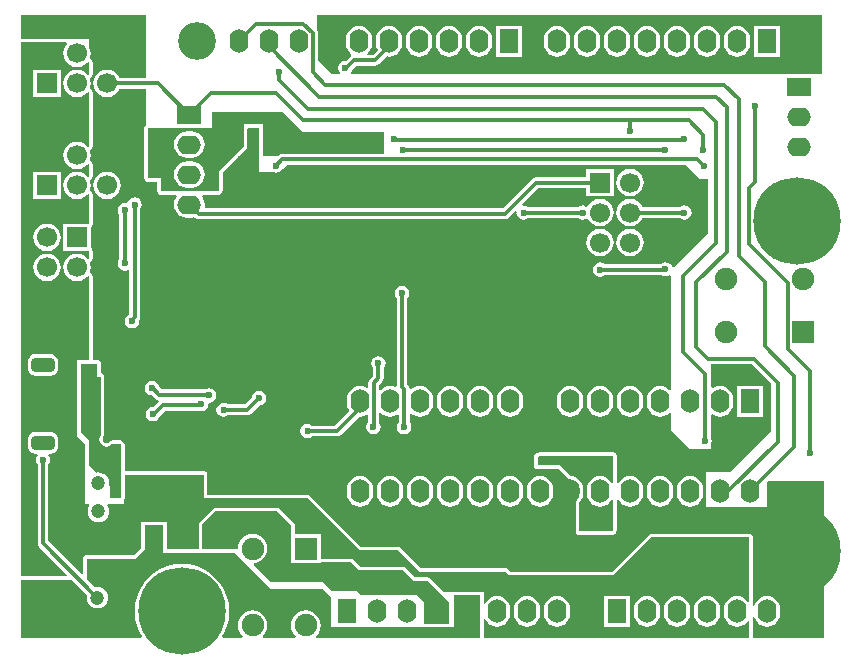
<source format=gbl>
G04*
G04 #@! TF.GenerationSoftware,Altium Limited,Altium Designer,18.0.7 (293)*
G04*
G04 Layer_Physical_Order=2*
G04 Layer_Color=16711680*
%FSLAX44Y44*%
%MOMM*%
G71*
G01*
G75*
%ADD55C,1.9000*%
%ADD56R,1.9000X1.9000*%
%ADD61R,1.9000X1.9000*%
%ADD70C,0.3000*%
%ADD71C,1.7000*%
%ADD72R,1.7000X1.7000*%
%ADD73C,3.2000*%
%ADD74O,1.6000X2.0000*%
%ADD75R,1.6000X2.0000*%
%ADD76C,7.4000*%
%ADD77R,1.7000X1.7000*%
%ADD78O,2.0000X1.6000*%
%ADD79R,2.0000X1.6000*%
G04:AMPARAMS|DCode=80|XSize=2mm|YSize=1.2mm|CornerRadius=0.36mm|HoleSize=0mm|Usage=FLASHONLY|Rotation=0.000|XOffset=0mm|YOffset=0mm|HoleType=Round|Shape=RoundedRectangle|*
%AMROUNDEDRECTD80*
21,1,2.0000,0.4800,0,0,0.0*
21,1,1.2800,1.2000,0,0,0.0*
1,1,0.7200,0.6400,-0.2400*
1,1,0.7200,-0.6400,-0.2400*
1,1,0.7200,-0.6400,0.2400*
1,1,0.7200,0.6400,0.2400*
%
%ADD80ROUNDEDRECTD80*%
%ADD81C,1.2000*%
%ADD82C,0.6000*%
G36*
X682000Y480000D02*
X282802D01*
X282795Y480023D01*
X282510Y481270D01*
X283772Y483159D01*
X283927Y483938D01*
X287150Y487162D01*
X303000D01*
X304756Y487511D01*
X306244Y488506D01*
X312913Y495174D01*
X314960Y494905D01*
X317832Y495283D01*
X320508Y496391D01*
X322805Y498155D01*
X324568Y500452D01*
X325677Y503128D01*
X326055Y506000D01*
Y510000D01*
X325677Y512872D01*
X324568Y515547D01*
X322805Y517845D01*
X320508Y519608D01*
X317832Y520717D01*
X314960Y521095D01*
X312088Y520717D01*
X309412Y519608D01*
X307115Y517845D01*
X305352Y515547D01*
X304243Y512872D01*
X303865Y510000D01*
Y506000D01*
X304243Y503128D01*
X305311Y500550D01*
X301099Y496338D01*
X297124D01*
X296693Y497608D01*
X297405Y498155D01*
X299168Y500452D01*
X300277Y503128D01*
X300655Y506000D01*
Y510000D01*
X300277Y512872D01*
X299168Y515547D01*
X297405Y517845D01*
X295107Y519608D01*
X292432Y520717D01*
X289560Y521095D01*
X286688Y520717D01*
X284013Y519608D01*
X281715Y517845D01*
X279951Y515547D01*
X278843Y512872D01*
X278465Y510000D01*
Y506000D01*
X278843Y503128D01*
X279951Y500452D01*
X281715Y498155D01*
X283069Y497116D01*
X283082Y497080D01*
X282937Y495616D01*
X282006Y494994D01*
X278545Y491533D01*
X278120Y491618D01*
X275779Y491152D01*
X273794Y489826D01*
X272468Y487841D01*
X272003Y485500D01*
X272468Y483159D01*
X273730Y481270D01*
X273445Y480023D01*
X273438Y480000D01*
X267000D01*
X254848Y492152D01*
Y514763D01*
X254499Y516519D01*
X254000Y517266D01*
Y530000D01*
X682000D01*
Y480000D01*
D02*
G37*
G36*
X41911Y507000D02*
X42359Y505730D01*
X40755Y503640D01*
X39596Y500842D01*
X39201Y497840D01*
X39596Y494838D01*
X40755Y492040D01*
X42598Y489638D01*
X45000Y487795D01*
X47798Y486636D01*
X50800Y486241D01*
X53802Y486636D01*
X56600Y487795D01*
X59002Y489638D01*
X59730Y490587D01*
X61000Y490156D01*
Y480124D01*
X59730Y479693D01*
X59002Y480642D01*
X56600Y482485D01*
X53802Y483644D01*
X50800Y484039D01*
X47798Y483644D01*
X45000Y482485D01*
X42598Y480642D01*
X40755Y478240D01*
X39596Y475442D01*
X39201Y472440D01*
X39596Y469438D01*
X40755Y466640D01*
X42598Y464238D01*
X45000Y462395D01*
X47798Y461236D01*
X50800Y460841D01*
X53802Y461236D01*
X56600Y462395D01*
X59002Y464238D01*
X59730Y465187D01*
X61000Y464756D01*
Y419164D01*
X59730Y418733D01*
X59002Y419682D01*
X56600Y421525D01*
X53802Y422684D01*
X50800Y423079D01*
X47798Y422684D01*
X45000Y421525D01*
X42598Y419682D01*
X40755Y417280D01*
X39596Y414482D01*
X39201Y411480D01*
X39596Y408478D01*
X40755Y405680D01*
X42598Y403278D01*
X45000Y401435D01*
X47798Y400276D01*
X50800Y399881D01*
X53802Y400276D01*
X56600Y401435D01*
X59002Y403278D01*
X59730Y404227D01*
X61000Y403796D01*
Y393764D01*
X59730Y393333D01*
X59002Y394282D01*
X56600Y396125D01*
X53802Y397284D01*
X50800Y397679D01*
X47798Y397284D01*
X45000Y396125D01*
X42598Y394282D01*
X40755Y391880D01*
X39596Y389082D01*
X39201Y386080D01*
X39596Y383078D01*
X40755Y380280D01*
X42598Y377878D01*
X45000Y376035D01*
X47798Y374876D01*
X50800Y374481D01*
X53802Y374876D01*
X56600Y376035D01*
X59002Y377878D01*
X59730Y378827D01*
X61000Y378396D01*
X61000Y353500D01*
X39300D01*
Y330500D01*
X61000D01*
Y324284D01*
X59730Y323853D01*
X59002Y324802D01*
X56600Y326645D01*
X53802Y327804D01*
X50800Y328199D01*
X47798Y327804D01*
X45000Y326645D01*
X42598Y324802D01*
X40755Y322400D01*
X39596Y319602D01*
X39201Y316600D01*
X39596Y313598D01*
X40755Y310800D01*
X42598Y308398D01*
X45000Y306555D01*
X47798Y305396D01*
X50800Y305001D01*
X53802Y305396D01*
X56600Y306555D01*
X59002Y308398D01*
X59730Y309347D01*
X61000Y308916D01*
Y238059D01*
X54000D01*
X53704Y238000D01*
X51000Y238000D01*
Y235296D01*
X50941Y235000D01*
Y177000D01*
X50941Y177000D01*
X51000Y176704D01*
Y174000D01*
X57941Y167059D01*
Y149000D01*
X57941Y149000D01*
X58000Y148704D01*
Y116000D01*
X60824D01*
X61386Y114861D01*
X61139Y114539D01*
X60232Y112350D01*
X59922Y110000D01*
X60232Y107650D01*
X61139Y105461D01*
X62581Y103581D01*
X64461Y102139D01*
X66651Y101232D01*
X69000Y100922D01*
X71350Y101232D01*
X73539Y102139D01*
X75419Y103581D01*
X76861Y105461D01*
X77768Y107650D01*
X78078Y110000D01*
X77768Y112350D01*
X76861Y114539D01*
X76614Y114861D01*
X77176Y116000D01*
X91000D01*
Y120704D01*
X91059Y121000D01*
Y141000D01*
X158000D01*
Y131591D01*
X157882Y131000D01*
X158000Y130409D01*
Y121000D01*
X246000D01*
X290000Y77000D01*
X323000D01*
X341000Y59000D01*
X409409D01*
X410000Y58882D01*
X410591Y59000D01*
X414000D01*
X417000Y56000D01*
X505000D01*
X537000Y88000D01*
X620000D01*
Y34002D01*
X618730Y33571D01*
X617445Y35245D01*
X615148Y37009D01*
X612472Y38117D01*
X609600Y38495D01*
X606728Y38117D01*
X604053Y37009D01*
X601755Y35245D01*
X599991Y32947D01*
X598883Y30272D01*
X598505Y27400D01*
Y23400D01*
X598883Y20528D01*
X599991Y17852D01*
X601755Y15555D01*
X604053Y13792D01*
X606728Y12683D01*
X609600Y12305D01*
X612472Y12683D01*
X615148Y13792D01*
X617445Y15555D01*
X618730Y17229D01*
X620000Y16798D01*
Y3000D01*
X395059D01*
X395059Y3000D01*
Y18717D01*
X396329Y18970D01*
X396791Y17852D01*
X398555Y15555D01*
X400853Y13792D01*
X403528Y12683D01*
X406400Y12305D01*
X409272Y12683D01*
X411948Y13792D01*
X414245Y15555D01*
X416008Y17852D01*
X417117Y20528D01*
X417495Y23400D01*
Y27400D01*
X417117Y30272D01*
X416008Y32947D01*
X414245Y35245D01*
X411948Y37009D01*
X409272Y38117D01*
X406400Y38495D01*
X403528Y38117D01*
X400853Y37009D01*
X398555Y35245D01*
X396791Y32947D01*
X396329Y31830D01*
X395059Y32083D01*
Y39000D01*
X395000Y39296D01*
Y42000D01*
X392296D01*
X392000Y42059D01*
X370000D01*
X369705Y42000D01*
X361326Y42000D01*
X350163Y53163D01*
X349170Y53826D01*
X348000Y54059D01*
X348000Y54059D01*
X337267D01*
X329163Y62163D01*
X328171Y62826D01*
X327000Y63059D01*
X327000Y63059D01*
X291267Y63059D01*
X285163Y69163D01*
X285163Y69163D01*
X284171Y69826D01*
X283000Y70059D01*
X283000Y70059D01*
X257000Y70059D01*
Y91000D01*
X235059D01*
Y98000D01*
X235059Y98000D01*
X235000Y98295D01*
Y99000D01*
X234819Y99181D01*
X234163Y100163D01*
X222052Y112274D01*
X222049Y112276D01*
X222047Y112279D01*
X221556Y112605D01*
X221060Y112936D01*
X221056Y112937D01*
X221053Y112939D01*
X220473Y113053D01*
X219889Y113169D01*
X219885Y113169D01*
X219882Y113169D01*
X174993Y113059D01*
X167873D01*
X167873Y113059D01*
X166702Y112826D01*
X165710Y112163D01*
X165710Y112163D01*
X154837Y101290D01*
X154174Y100297D01*
X153941Y99127D01*
X153941Y99127D01*
X153941Y78059D01*
X142321D01*
X142123Y78019D01*
X141922Y78033D01*
X141674Y78000D01*
X141526D01*
X141278Y78033D01*
X141077Y78019D01*
X140879Y78059D01*
X127200D01*
Y101000D01*
X124296D01*
X124000Y101059D01*
X108000D01*
X107704Y101000D01*
X105200D01*
Y99209D01*
X105174Y99171D01*
X104941Y98000D01*
Y79267D01*
X98733Y73059D01*
X59000D01*
X57829Y72826D01*
X56837Y72163D01*
X56174Y71171D01*
X55941Y70000D01*
Y57207D01*
X54768Y56721D01*
X26588Y84901D01*
Y149817D01*
X27652Y151409D01*
X28117Y153750D01*
X27652Y156091D01*
X26595Y157673D01*
X27140Y158943D01*
X28400D01*
X30123Y159170D01*
X31728Y159835D01*
X33107Y160893D01*
X34165Y162271D01*
X34830Y163877D01*
X35057Y165600D01*
Y170400D01*
X34830Y172123D01*
X34165Y173729D01*
X33107Y175107D01*
X31728Y176165D01*
X30123Y176830D01*
X28400Y177057D01*
X15600D01*
X13877Y176830D01*
X12271Y176165D01*
X10893Y175107D01*
X9835Y173729D01*
X9170Y172123D01*
X8943Y170400D01*
Y165600D01*
X9170Y163877D01*
X9835Y162271D01*
X10893Y160893D01*
X12271Y159835D01*
X13877Y159170D01*
X15600Y158943D01*
X16860D01*
X17405Y157673D01*
X16348Y156091D01*
X15883Y153750D01*
X16348Y151409D01*
X17412Y149817D01*
Y83000D01*
X17761Y81244D01*
X18756Y79756D01*
X42279Y56232D01*
X41793Y55059D01*
X3000D01*
X3000Y56329D01*
X3000Y507000D01*
X41911Y507000D01*
D02*
G37*
G36*
X109000Y477028D02*
X86747D01*
X86245Y478240D01*
X84402Y480642D01*
X82000Y482485D01*
X79202Y483644D01*
X76200Y484039D01*
X73198Y483644D01*
X70400Y482485D01*
X67998Y480642D01*
X66155Y478240D01*
X64996Y475442D01*
X64601Y472440D01*
X64996Y469438D01*
X66155Y466640D01*
X67998Y464238D01*
X70400Y462395D01*
X73198Y461236D01*
X76200Y460841D01*
X79202Y461236D01*
X82000Y462395D01*
X84402Y464238D01*
X86245Y466640D01*
X86747Y467852D01*
X109000D01*
Y437272D01*
X108837Y437163D01*
X108174Y436171D01*
X107941Y435000D01*
Y392000D01*
X108174Y390830D01*
X108837Y389837D01*
X109830Y389174D01*
X111000Y388941D01*
X118941D01*
Y381000D01*
X119174Y379829D01*
X119837Y378837D01*
X120829Y378174D01*
X122000Y377941D01*
X134781D01*
X135407Y376671D01*
X134391Y375347D01*
X133283Y372672D01*
X132905Y369800D01*
X133283Y366928D01*
X134391Y364253D01*
X136155Y361955D01*
X138453Y360191D01*
X141128Y359083D01*
X144000Y358705D01*
X148000D01*
X150303Y359008D01*
X150556Y358756D01*
X152044Y357761D01*
X153800Y357412D01*
X413000D01*
X414756Y357761D01*
X416244Y358756D01*
X421860Y364372D01*
X423031Y363746D01*
X422882Y363000D01*
X423348Y360659D01*
X424674Y358674D01*
X426659Y357348D01*
X429000Y356883D01*
X431341Y357348D01*
X432948Y358422D01*
X433000Y358412D01*
X475067D01*
X476659Y357348D01*
X479000Y356883D01*
X481341Y357348D01*
X482195Y357919D01*
X483410Y357550D01*
X483555Y357200D01*
X485398Y354798D01*
X487800Y352955D01*
X490598Y351796D01*
X493600Y351401D01*
X496602Y351796D01*
X499400Y352955D01*
X501802Y354798D01*
X503645Y357200D01*
X504804Y359998D01*
X505199Y363000D01*
X504804Y366002D01*
X503645Y368800D01*
X501802Y371202D01*
X499400Y373045D01*
X496602Y374204D01*
X493600Y374599D01*
X490598Y374204D01*
X487800Y373045D01*
X485398Y371202D01*
X483555Y368800D01*
X483410Y368450D01*
X482195Y368082D01*
X481341Y368652D01*
X479000Y369118D01*
X476659Y368652D01*
X475067Y367588D01*
X433000D01*
X432948Y367578D01*
X431341Y368652D01*
X429000Y369118D01*
X428254Y368969D01*
X427628Y370140D01*
X441301Y383812D01*
X482100D01*
Y376900D01*
X505100D01*
Y399900D01*
X482100D01*
Y392988D01*
X439400D01*
X437644Y392639D01*
X436156Y391644D01*
X411100Y366588D01*
X159875D01*
X158839Y367858D01*
X159095Y369800D01*
X158717Y372672D01*
X157608Y375347D01*
X156593Y376671D01*
X157219Y377941D01*
X170102D01*
X170102Y377941D01*
X171273Y378174D01*
X172265Y378837D01*
X173163Y379735D01*
X173340Y380000D01*
X174000D01*
Y381603D01*
X174059Y381898D01*
X174059Y381898D01*
X174059Y396733D01*
X194163Y416837D01*
X194826Y417830D01*
X195059Y419000D01*
X195059Y419000D01*
X195059Y434043D01*
X195957Y434941D01*
X204941Y434941D01*
X204941Y411000D01*
X205000Y410704D01*
Y397000D01*
X217651Y397000D01*
X219500Y396632D01*
X221349Y397000D01*
X222250Y397000D01*
X229750Y403000D01*
X566000Y403000D01*
X578000Y391000D01*
X585000D01*
Y346000D01*
X555967Y316967D01*
X554765Y317248D01*
X554609Y317405D01*
X553326Y319326D01*
X551341Y320652D01*
X549000Y321118D01*
X546659Y320652D01*
X544674Y319326D01*
X544582Y319188D01*
X497533D01*
X495941Y320252D01*
X493600Y320718D01*
X491259Y320252D01*
X489274Y318926D01*
X487948Y316941D01*
X487482Y314600D01*
X487948Y312259D01*
X489274Y310274D01*
X491259Y308948D01*
X493600Y308482D01*
X495941Y308948D01*
X497533Y310012D01*
X545666D01*
X546659Y309348D01*
X549000Y308883D01*
X551341Y309348D01*
X552730Y310276D01*
X554000Y309597D01*
Y212799D01*
X552797Y212391D01*
X552295Y213045D01*
X549997Y214809D01*
X547322Y215917D01*
X544450Y216295D01*
X541578Y215917D01*
X538903Y214809D01*
X536605Y213045D01*
X534842Y210748D01*
X533733Y208072D01*
X533355Y205200D01*
Y201200D01*
X533733Y198328D01*
X534842Y195653D01*
X536605Y193355D01*
X538903Y191591D01*
X541578Y190483D01*
X544450Y190105D01*
X547322Y190483D01*
X549997Y191591D01*
X552295Y193355D01*
X552797Y194009D01*
X554000Y193601D01*
Y179000D01*
X570000Y163000D01*
X588000Y163000D01*
Y167402D01*
X588368Y169250D01*
X588000Y171098D01*
Y191462D01*
X589139Y192024D01*
X589703Y191591D01*
X592378Y190483D01*
X595250Y190105D01*
X598122Y190483D01*
X600798Y191591D01*
X603095Y193355D01*
X604859Y195653D01*
X605967Y198328D01*
X606345Y201200D01*
Y205200D01*
X605967Y208072D01*
X604859Y210748D01*
X603095Y213045D01*
X600798Y214809D01*
X598122Y215917D01*
X595250Y216295D01*
X592378Y215917D01*
X589703Y214809D01*
X589139Y214376D01*
X588000Y214938D01*
Y234662D01*
X621850D01*
X638000Y218511D01*
Y177000D01*
X604000Y143000D01*
X583000D01*
Y114000D01*
X594529D01*
X595250Y113905D01*
X595971Y114000D01*
X619929D01*
X620650Y113905D01*
X621371Y114000D01*
X635000D01*
Y134861D01*
X636139Y136000D01*
X682000D01*
X683000Y135586D01*
Y3000D01*
X623059D01*
Y16798D01*
X623039Y16897D01*
X623052Y16998D01*
X623000Y17193D01*
Y20545D01*
X624270Y20628D01*
X624283Y20528D01*
X625392Y17852D01*
X627155Y15555D01*
X629453Y13792D01*
X632128Y12683D01*
X635000Y12305D01*
X637872Y12683D01*
X640547Y13792D01*
X642845Y15555D01*
X644609Y17852D01*
X645717Y20528D01*
X646095Y23400D01*
Y27400D01*
X645717Y30272D01*
X644609Y32947D01*
X642845Y35245D01*
X640547Y37009D01*
X637872Y38117D01*
X635000Y38495D01*
X632128Y38117D01*
X629453Y37009D01*
X627155Y35245D01*
X625392Y32947D01*
X624283Y30272D01*
X624270Y30172D01*
X623000Y30255D01*
Y33607D01*
X623052Y33802D01*
X623039Y33903D01*
X623059Y34002D01*
Y88000D01*
X622826Y89171D01*
X622163Y90163D01*
X621171Y90826D01*
X620000Y91059D01*
X537000D01*
X535830Y90826D01*
X534837Y90163D01*
X503733Y59059D01*
X418267D01*
X416163Y61163D01*
X415181Y61819D01*
X415000Y62000D01*
X414296D01*
X414000Y62059D01*
X414000Y62059D01*
X410591D01*
X410295Y62000D01*
X409705D01*
X409409Y62059D01*
X342267D01*
X325163Y79163D01*
X324181Y79819D01*
X324000Y80000D01*
X323296D01*
X323000Y80059D01*
X323000Y80059D01*
X321296D01*
X321000Y80118D01*
X320704Y80059D01*
X291267D01*
X248163Y123163D01*
X247171Y123826D01*
X246000Y124059D01*
X246000Y124059D01*
X161059D01*
Y130409D01*
X161000Y130704D01*
Y131295D01*
X161059Y131591D01*
Y141000D01*
X161000Y141295D01*
Y143000D01*
X160272D01*
X160163Y143163D01*
X159171Y143826D01*
X158000Y144059D01*
X91059D01*
Y167000D01*
X90826Y168171D01*
X90163Y169163D01*
X89171Y169826D01*
X88000Y170059D01*
X80293D01*
X79998Y170000D01*
X79697Y170000D01*
X79418Y169885D01*
X79123Y169826D01*
X78872Y169659D01*
X78594Y169543D01*
X78381Y169330D01*
X78130Y169163D01*
X77998Y168965D01*
X76898Y168229D01*
X75750Y168001D01*
X74602Y168229D01*
X73584Y168910D01*
X73543Y169009D01*
X72979Y169852D01*
X72751Y171000D01*
X72979Y172148D01*
X73543Y172991D01*
X73659Y173270D01*
X73826Y173520D01*
X73885Y173816D01*
X74000Y174094D01*
X74000Y174395D01*
X74059Y174691D01*
Y224000D01*
X73826Y225170D01*
X73163Y226163D01*
X72171Y226826D01*
X71059Y227047D01*
Y235000D01*
X70826Y236171D01*
X70163Y237163D01*
X69170Y237826D01*
X68000Y238059D01*
X64059D01*
Y308916D01*
X64039Y309015D01*
X64052Y309116D01*
X63923Y309598D01*
X63826Y310086D01*
X63770Y310171D01*
X63743Y310269D01*
X63440Y310664D01*
X63163Y311079D01*
X63078Y311135D01*
X63017Y311216D01*
X62585Y311465D01*
X62171Y311742D01*
X61709Y312886D01*
X62004Y313598D01*
X62399Y316600D01*
X62004Y319602D01*
X61709Y320314D01*
X62171Y321458D01*
X62585Y321735D01*
X63017Y321984D01*
X63078Y322065D01*
X63163Y322121D01*
X63440Y322536D01*
X63743Y322931D01*
X63770Y323029D01*
X63826Y323114D01*
X63923Y323602D01*
X64052Y324084D01*
X64039Y324185D01*
X64059Y324284D01*
Y330500D01*
X63826Y331671D01*
X63163Y332663D01*
X62300Y333240D01*
Y350760D01*
X63163Y351337D01*
X63826Y352329D01*
X64059Y353500D01*
X64059Y378396D01*
X64039Y378495D01*
X64052Y378596D01*
X63923Y379077D01*
X63826Y379566D01*
X63770Y379651D01*
X63743Y379749D01*
X63440Y380144D01*
X63163Y380559D01*
X63078Y380615D01*
X63017Y380696D01*
X62585Y380945D01*
X62171Y381222D01*
X61709Y382366D01*
X62004Y383078D01*
X62399Y386080D01*
X62004Y389082D01*
X61709Y389794D01*
X62171Y390938D01*
X62585Y391215D01*
X63017Y391464D01*
X63078Y391545D01*
X63163Y391601D01*
X63440Y392016D01*
X63743Y392411D01*
X63770Y392509D01*
X63826Y392594D01*
X63923Y393082D01*
X64052Y393564D01*
X64039Y393665D01*
X64059Y393764D01*
Y403796D01*
X64039Y403895D01*
X64052Y403996D01*
X63923Y404477D01*
X63826Y404966D01*
X63770Y405051D01*
X63743Y405149D01*
X63440Y405544D01*
X63163Y405959D01*
X63078Y406015D01*
X63017Y406096D01*
X62585Y406345D01*
X62171Y406622D01*
X61709Y407766D01*
X62004Y408478D01*
X62399Y411480D01*
X62004Y414482D01*
X61709Y415194D01*
X62171Y416338D01*
X62585Y416615D01*
X63017Y416864D01*
X63078Y416945D01*
X63163Y417001D01*
X63440Y417416D01*
X63743Y417811D01*
X63770Y417909D01*
X63826Y417994D01*
X63923Y418482D01*
X64052Y418964D01*
X64039Y419065D01*
X64059Y419164D01*
Y464756D01*
X64039Y464855D01*
X64052Y464956D01*
X63923Y465437D01*
X63826Y465926D01*
X63770Y466011D01*
X63743Y466109D01*
X63440Y466504D01*
X63163Y466919D01*
X63078Y466975D01*
X63017Y467056D01*
X62585Y467305D01*
X62171Y467582D01*
X61709Y468726D01*
X62004Y469438D01*
X62399Y472440D01*
X62004Y475442D01*
X61709Y476154D01*
X62171Y477298D01*
X62585Y477575D01*
X63017Y477824D01*
X63078Y477905D01*
X63163Y477961D01*
X63440Y478376D01*
X63743Y478771D01*
X63770Y478869D01*
X63826Y478954D01*
X63923Y479442D01*
X64052Y479924D01*
X64039Y480025D01*
X64059Y480124D01*
Y490156D01*
X64039Y490255D01*
X64052Y490356D01*
X63923Y490837D01*
X63826Y491326D01*
X63770Y491411D01*
X63743Y491509D01*
X63440Y491904D01*
X63163Y492319D01*
X63078Y492375D01*
X63017Y492456D01*
X62585Y492705D01*
X62171Y492982D01*
X61709Y494126D01*
X62004Y494838D01*
X62399Y497840D01*
X62004Y500842D01*
X61000Y503266D01*
Y510000D01*
X42288D01*
X42075Y510054D01*
X41993Y510042D01*
X41911Y510059D01*
X3000Y510059D01*
Y530000D01*
X109000D01*
Y477028D01*
D02*
G37*
G36*
X225000Y448000D02*
X242000Y431000D01*
X311000Y431000D01*
X311000Y412588D01*
X224750D01*
X222994Y412239D01*
X221506Y411244D01*
X221261Y411000D01*
X208000D01*
X208000Y438000D01*
X192000Y438000D01*
X192000Y419000D01*
X171000Y398000D01*
X171000Y381898D01*
X170102Y381000D01*
X122000D01*
Y392000D01*
X111000D01*
Y435000D01*
X165000D01*
X165000Y448000D01*
X225000Y448000D01*
D02*
G37*
G36*
X68000Y224000D02*
X71000D01*
Y174691D01*
X70098Y173341D01*
X69632Y171000D01*
X70098Y168659D01*
X71000Y167309D01*
Y167000D01*
X71207D01*
X71424Y166674D01*
X73409Y165348D01*
X75750Y164882D01*
X78091Y165348D01*
X80076Y166674D01*
X80293Y167000D01*
X88000D01*
Y121000D01*
X79000D01*
Y131000D01*
X77836Y132164D01*
X78078Y134000D01*
X77768Y136349D01*
X76861Y138539D01*
X75419Y140419D01*
X73539Y141861D01*
X71350Y142768D01*
X69000Y143078D01*
X67164Y142836D01*
X61000Y149000D01*
Y170000D01*
X54000Y177000D01*
Y235000D01*
X68000D01*
Y224000D01*
D02*
G37*
G36*
X232000Y98000D02*
Y67000D01*
X232000D01*
Y66000D01*
X257000D01*
Y67000D01*
X283000Y67000D01*
X290000Y60000D01*
X327000Y60000D01*
X336000Y51000D01*
X348000D01*
X366000Y33000D01*
Y15059D01*
X345000D01*
Y33000D01*
X339000Y39000D01*
X291000D01*
X287000Y43000D01*
X266000D01*
X259000Y50000D01*
X215000D01*
X200285Y64715D01*
X200741Y66055D01*
X202763Y66322D01*
X205804Y67581D01*
X208415Y69585D01*
X210419Y72196D01*
X211678Y75237D01*
X212108Y78500D01*
X211678Y81763D01*
X210419Y84804D01*
X208415Y87415D01*
X205804Y89419D01*
X202763Y90678D01*
X199500Y91108D01*
X196237Y90678D01*
X193196Y89419D01*
X190585Y87415D01*
X188581Y84804D01*
X187322Y81763D01*
X186892Y78500D01*
X186454Y78000D01*
X184296D01*
X184000Y78059D01*
X184000Y78059D01*
X167721D01*
X167523Y78019D01*
X167322Y78033D01*
X167074Y78000D01*
X166926D01*
X166678Y78033D01*
X166477Y78019D01*
X166279Y78059D01*
X157000D01*
X157000Y99127D01*
X167873Y110000D01*
X175000D01*
X219889Y110111D01*
X232000Y98000D01*
D02*
G37*
G36*
X124000Y75000D02*
X140879D01*
X141600Y74905D01*
X142321Y75000D01*
X166279D01*
X167000Y74905D01*
X167721Y75000D01*
X184000D01*
X215000Y44000D01*
X259000Y44000D01*
X266000Y37000D01*
Y12000D01*
X370000D01*
Y39000D01*
X392000D01*
Y3000D01*
X253325D01*
X252917Y4203D01*
X253415Y4585D01*
X255419Y7196D01*
X256678Y10237D01*
X257108Y13500D01*
X256678Y16763D01*
X255419Y19804D01*
X253415Y22415D01*
X250804Y24419D01*
X247763Y25678D01*
X244500Y26108D01*
X241237Y25678D01*
X238196Y24419D01*
X235585Y22415D01*
X233581Y19804D01*
X232322Y16763D01*
X231892Y13500D01*
X232322Y10237D01*
X233581Y7196D01*
X235585Y4585D01*
X236083Y4203D01*
X235675Y3000D01*
X208325D01*
X207917Y4203D01*
X208415Y4585D01*
X210419Y7196D01*
X211678Y10237D01*
X212108Y13500D01*
X211678Y16763D01*
X210419Y19804D01*
X208415Y22415D01*
X205804Y24419D01*
X202763Y25678D01*
X199500Y26108D01*
X196237Y25678D01*
X193196Y24419D01*
X190585Y22415D01*
X188581Y19804D01*
X187322Y16763D01*
X186892Y13500D01*
X187322Y10237D01*
X188581Y7196D01*
X190585Y4585D01*
X191083Y4203D01*
X190675Y3000D01*
X174186D01*
X173565Y4108D01*
X175450Y7184D01*
X177860Y13001D01*
X179330Y19123D01*
X179824Y25400D01*
X179330Y31677D01*
X177860Y37799D01*
X175450Y43616D01*
X172161Y48984D01*
X168072Y53772D01*
X163284Y57861D01*
X157916Y61150D01*
X152099Y63560D01*
X145977Y65030D01*
X139700Y65524D01*
X133423Y65030D01*
X127301Y63560D01*
X121484Y61150D01*
X116116Y57861D01*
X111328Y53772D01*
X107239Y48984D01*
X103949Y43616D01*
X101540Y37799D01*
X100070Y31677D01*
X99576Y25400D01*
X100070Y19123D01*
X101540Y13001D01*
X103949Y7184D01*
X105835Y4108D01*
X105214Y3000D01*
X3000D01*
Y48000D01*
Y52000D01*
X46511D01*
X59224Y39288D01*
X58922Y37000D01*
X59232Y34650D01*
X60139Y32461D01*
X61581Y30581D01*
X63461Y29139D01*
X65651Y28232D01*
X68000Y27922D01*
X70349Y28232D01*
X72539Y29139D01*
X74419Y30581D01*
X75861Y32461D01*
X76768Y34650D01*
X77078Y37000D01*
X76768Y39350D01*
X75861Y41539D01*
X74419Y43419D01*
X72539Y44861D01*
X70349Y45768D01*
X68000Y46078D01*
X65712Y45776D01*
X59000Y52489D01*
Y70000D01*
X100000D01*
X108000Y78000D01*
Y98000D01*
X124000D01*
Y75000D01*
D02*
G37*
%LPC*%
G36*
X646000Y521000D02*
X624000D01*
Y495000D01*
X646000D01*
Y521000D01*
D02*
G37*
G36*
X427560D02*
X405560D01*
Y495000D01*
X427560D01*
Y521000D01*
D02*
G37*
G36*
X609600Y521095D02*
X606728Y520717D01*
X604053Y519608D01*
X601755Y517845D01*
X599991Y515547D01*
X598883Y512872D01*
X598505Y510000D01*
Y506000D01*
X598883Y503128D01*
X599991Y500452D01*
X601755Y498155D01*
X604053Y496391D01*
X606728Y495283D01*
X609600Y494905D01*
X612472Y495283D01*
X615148Y496391D01*
X617445Y498155D01*
X619208Y500452D01*
X620317Y503128D01*
X620695Y506000D01*
Y510000D01*
X620317Y512872D01*
X619208Y515547D01*
X617445Y517845D01*
X615148Y519608D01*
X612472Y520717D01*
X609600Y521095D01*
D02*
G37*
G36*
X584200D02*
X581328Y520717D01*
X578652Y519608D01*
X576355Y517845D01*
X574591Y515547D01*
X573483Y512872D01*
X573105Y510000D01*
Y506000D01*
X573483Y503128D01*
X574591Y500452D01*
X576355Y498155D01*
X578652Y496391D01*
X581328Y495283D01*
X584200Y494905D01*
X587072Y495283D01*
X589748Y496391D01*
X592045Y498155D01*
X593809Y500452D01*
X594917Y503128D01*
X595295Y506000D01*
Y510000D01*
X594917Y512872D01*
X593809Y515547D01*
X592045Y517845D01*
X589748Y519608D01*
X587072Y520717D01*
X584200Y521095D01*
D02*
G37*
G36*
X558800D02*
X555928Y520717D01*
X553252Y519608D01*
X550955Y517845D01*
X549192Y515547D01*
X548083Y512872D01*
X547705Y510000D01*
Y506000D01*
X548083Y503128D01*
X549192Y500452D01*
X550955Y498155D01*
X553252Y496391D01*
X555928Y495283D01*
X558800Y494905D01*
X561672Y495283D01*
X564347Y496391D01*
X566645Y498155D01*
X568409Y500452D01*
X569517Y503128D01*
X569895Y506000D01*
Y510000D01*
X569517Y512872D01*
X568409Y515547D01*
X566645Y517845D01*
X564347Y519608D01*
X561672Y520717D01*
X558800Y521095D01*
D02*
G37*
G36*
X533400D02*
X530528Y520717D01*
X527853Y519608D01*
X525555Y517845D01*
X523792Y515547D01*
X522683Y512872D01*
X522305Y510000D01*
Y506000D01*
X522683Y503128D01*
X523792Y500452D01*
X525555Y498155D01*
X527853Y496391D01*
X530528Y495283D01*
X533400Y494905D01*
X536272Y495283D01*
X538947Y496391D01*
X541245Y498155D01*
X543008Y500452D01*
X544117Y503128D01*
X544495Y506000D01*
Y510000D01*
X544117Y512872D01*
X543008Y515547D01*
X541245Y517845D01*
X538947Y519608D01*
X536272Y520717D01*
X533400Y521095D01*
D02*
G37*
G36*
X508000D02*
X505128Y520717D01*
X502453Y519608D01*
X500155Y517845D01*
X498391Y515547D01*
X497283Y512872D01*
X496905Y510000D01*
Y506000D01*
X497283Y503128D01*
X498391Y500452D01*
X500155Y498155D01*
X502453Y496391D01*
X505128Y495283D01*
X508000Y494905D01*
X510872Y495283D01*
X513548Y496391D01*
X515845Y498155D01*
X517608Y500452D01*
X518717Y503128D01*
X519095Y506000D01*
Y510000D01*
X518717Y512872D01*
X517608Y515547D01*
X515845Y517845D01*
X513548Y519608D01*
X510872Y520717D01*
X508000Y521095D01*
D02*
G37*
G36*
X482600D02*
X479728Y520717D01*
X477052Y519608D01*
X474755Y517845D01*
X472991Y515547D01*
X471883Y512872D01*
X471505Y510000D01*
Y506000D01*
X471883Y503128D01*
X472991Y500452D01*
X474755Y498155D01*
X477052Y496391D01*
X479728Y495283D01*
X482600Y494905D01*
X485472Y495283D01*
X488148Y496391D01*
X490445Y498155D01*
X492209Y500452D01*
X493317Y503128D01*
X493695Y506000D01*
Y510000D01*
X493317Y512872D01*
X492209Y515547D01*
X490445Y517845D01*
X488148Y519608D01*
X485472Y520717D01*
X482600Y521095D01*
D02*
G37*
G36*
X457200D02*
X454328Y520717D01*
X451652Y519608D01*
X449355Y517845D01*
X447592Y515547D01*
X446483Y512872D01*
X446105Y510000D01*
Y506000D01*
X446483Y503128D01*
X447592Y500452D01*
X449355Y498155D01*
X451652Y496391D01*
X454328Y495283D01*
X457200Y494905D01*
X460072Y495283D01*
X462747Y496391D01*
X465045Y498155D01*
X466809Y500452D01*
X467917Y503128D01*
X468295Y506000D01*
Y510000D01*
X467917Y512872D01*
X466809Y515547D01*
X465045Y517845D01*
X462747Y519608D01*
X460072Y520717D01*
X457200Y521095D01*
D02*
G37*
G36*
X391160D02*
X388288Y520717D01*
X385612Y519608D01*
X383315Y517845D01*
X381552Y515547D01*
X380443Y512872D01*
X380065Y510000D01*
Y506000D01*
X380443Y503128D01*
X381552Y500452D01*
X383315Y498155D01*
X385612Y496391D01*
X388288Y495283D01*
X391160Y494905D01*
X394032Y495283D01*
X396707Y496391D01*
X399005Y498155D01*
X400769Y500452D01*
X401877Y503128D01*
X402255Y506000D01*
Y510000D01*
X401877Y512872D01*
X400769Y515547D01*
X399005Y517845D01*
X396707Y519608D01*
X394032Y520717D01*
X391160Y521095D01*
D02*
G37*
G36*
X365760D02*
X362888Y520717D01*
X360213Y519608D01*
X357915Y517845D01*
X356152Y515547D01*
X355043Y512872D01*
X354665Y510000D01*
Y506000D01*
X355043Y503128D01*
X356152Y500452D01*
X357915Y498155D01*
X360213Y496391D01*
X362888Y495283D01*
X365760Y494905D01*
X368632Y495283D01*
X371307Y496391D01*
X373605Y498155D01*
X375368Y500452D01*
X376477Y503128D01*
X376855Y506000D01*
Y510000D01*
X376477Y512872D01*
X375368Y515547D01*
X373605Y517845D01*
X371307Y519608D01*
X368632Y520717D01*
X365760Y521095D01*
D02*
G37*
G36*
X340360D02*
X337488Y520717D01*
X334813Y519608D01*
X332515Y517845D01*
X330751Y515547D01*
X329643Y512872D01*
X329265Y510000D01*
Y506000D01*
X329643Y503128D01*
X330751Y500452D01*
X332515Y498155D01*
X334813Y496391D01*
X337488Y495283D01*
X340360Y494905D01*
X343232Y495283D01*
X345908Y496391D01*
X348205Y498155D01*
X349968Y500452D01*
X351077Y503128D01*
X351455Y506000D01*
Y510000D01*
X351077Y512872D01*
X349968Y515547D01*
X348205Y517845D01*
X345908Y519608D01*
X343232Y520717D01*
X340360Y521095D01*
D02*
G37*
G36*
X36900Y483940D02*
X13900D01*
Y460940D01*
X36900D01*
Y483940D01*
D02*
G37*
G36*
Y397580D02*
X13900D01*
Y374580D01*
X36900D01*
Y397580D01*
D02*
G37*
G36*
X25400Y353599D02*
X22398Y353204D01*
X19600Y352045D01*
X17198Y350202D01*
X15355Y347800D01*
X14196Y345002D01*
X13801Y342000D01*
X14196Y338998D01*
X15355Y336200D01*
X17198Y333798D01*
X19600Y331955D01*
X22398Y330796D01*
X25400Y330401D01*
X28402Y330796D01*
X31200Y331955D01*
X33602Y333798D01*
X35445Y336200D01*
X36604Y338998D01*
X36999Y342000D01*
X36604Y345002D01*
X35445Y347800D01*
X33602Y350202D01*
X31200Y352045D01*
X28402Y353204D01*
X25400Y353599D01*
D02*
G37*
G36*
Y328199D02*
X22398Y327804D01*
X19600Y326645D01*
X17198Y324802D01*
X15355Y322400D01*
X14196Y319602D01*
X13801Y316600D01*
X14196Y313598D01*
X15355Y310800D01*
X17198Y308398D01*
X19600Y306555D01*
X22398Y305396D01*
X25400Y305001D01*
X28402Y305396D01*
X31200Y306555D01*
X33602Y308398D01*
X35445Y310800D01*
X36604Y313598D01*
X36999Y316600D01*
X36604Y319602D01*
X35445Y322400D01*
X33602Y324802D01*
X31200Y326645D01*
X28402Y327804D01*
X25400Y328199D01*
D02*
G37*
G36*
X28400Y243057D02*
X15600D01*
X13877Y242830D01*
X12271Y242165D01*
X10893Y241107D01*
X9835Y239729D01*
X9170Y238123D01*
X8943Y236400D01*
Y231600D01*
X9170Y229877D01*
X9835Y228272D01*
X10893Y226893D01*
X12271Y225835D01*
X13877Y225170D01*
X15600Y224943D01*
X28400D01*
X30123Y225170D01*
X31728Y225835D01*
X33107Y226893D01*
X34165Y228272D01*
X34830Y229877D01*
X35057Y231600D01*
Y236400D01*
X34830Y238123D01*
X34165Y239729D01*
X33107Y241107D01*
X31728Y242165D01*
X30123Y242830D01*
X28400Y243057D01*
D02*
G37*
G36*
X519000Y38400D02*
X497000D01*
Y12400D01*
X519000D01*
Y38400D01*
D02*
G37*
G36*
X584200Y38495D02*
X581328Y38117D01*
X578652Y37009D01*
X576355Y35245D01*
X574591Y32947D01*
X573483Y30272D01*
X573105Y27400D01*
Y23400D01*
X573483Y20528D01*
X574591Y17852D01*
X576355Y15555D01*
X578652Y13792D01*
X581328Y12683D01*
X584200Y12305D01*
X587072Y12683D01*
X589748Y13792D01*
X592045Y15555D01*
X593809Y17852D01*
X594917Y20528D01*
X595295Y23400D01*
Y27400D01*
X594917Y30272D01*
X593809Y32947D01*
X592045Y35245D01*
X589748Y37009D01*
X587072Y38117D01*
X584200Y38495D01*
D02*
G37*
G36*
X558800D02*
X555928Y38117D01*
X553252Y37009D01*
X550955Y35245D01*
X549192Y32947D01*
X548083Y30272D01*
X547705Y27400D01*
Y23400D01*
X548083Y20528D01*
X549192Y17852D01*
X550955Y15555D01*
X553252Y13792D01*
X555928Y12683D01*
X558800Y12305D01*
X561672Y12683D01*
X564347Y13792D01*
X566645Y15555D01*
X568409Y17852D01*
X569517Y20528D01*
X569895Y23400D01*
Y27400D01*
X569517Y30272D01*
X568409Y32947D01*
X566645Y35245D01*
X564347Y37009D01*
X561672Y38117D01*
X558800Y38495D01*
D02*
G37*
G36*
X533400D02*
X530528Y38117D01*
X527853Y37009D01*
X525555Y35245D01*
X523792Y32947D01*
X522683Y30272D01*
X522305Y27400D01*
Y23400D01*
X522683Y20528D01*
X523792Y17852D01*
X525555Y15555D01*
X527853Y13792D01*
X530528Y12683D01*
X533400Y12305D01*
X536272Y12683D01*
X538947Y13792D01*
X541245Y15555D01*
X543008Y17852D01*
X544117Y20528D01*
X544495Y23400D01*
Y27400D01*
X544117Y30272D01*
X543008Y32947D01*
X541245Y35245D01*
X538947Y37009D01*
X536272Y38117D01*
X533400Y38495D01*
D02*
G37*
G36*
X457200D02*
X454328Y38117D01*
X451652Y37009D01*
X449355Y35245D01*
X447592Y32947D01*
X446483Y30272D01*
X446105Y27400D01*
Y23400D01*
X446483Y20528D01*
X447592Y17852D01*
X449355Y15555D01*
X451652Y13792D01*
X454328Y12683D01*
X457200Y12305D01*
X460072Y12683D01*
X462747Y13792D01*
X465045Y15555D01*
X466809Y17852D01*
X467917Y20528D01*
X468295Y23400D01*
Y27400D01*
X467917Y30272D01*
X466809Y32947D01*
X465045Y35245D01*
X462747Y37009D01*
X460072Y38117D01*
X457200Y38495D01*
D02*
G37*
G36*
X431800D02*
X428928Y38117D01*
X426253Y37009D01*
X423955Y35245D01*
X422192Y32947D01*
X421083Y30272D01*
X420705Y27400D01*
Y23400D01*
X421083Y20528D01*
X422192Y17852D01*
X423955Y15555D01*
X426253Y13792D01*
X428928Y12683D01*
X431800Y12305D01*
X434672Y12683D01*
X437347Y13792D01*
X439645Y15555D01*
X441409Y17852D01*
X442517Y20528D01*
X442895Y23400D01*
Y27400D01*
X442517Y30272D01*
X441409Y32947D01*
X439645Y35245D01*
X437347Y37009D01*
X434672Y38117D01*
X431800Y38495D01*
D02*
G37*
G36*
X519000Y399999D02*
X515998Y399604D01*
X513200Y398445D01*
X510798Y396602D01*
X508955Y394200D01*
X507796Y391402D01*
X507401Y388400D01*
X507796Y385398D01*
X508955Y382600D01*
X510798Y380198D01*
X513200Y378355D01*
X515998Y377196D01*
X519000Y376801D01*
X522002Y377196D01*
X524800Y378355D01*
X527202Y380198D01*
X529045Y382600D01*
X530204Y385398D01*
X530599Y388400D01*
X530204Y391402D01*
X529045Y394200D01*
X527202Y396602D01*
X524800Y398445D01*
X522002Y399604D01*
X519000Y399999D01*
D02*
G37*
G36*
X76200Y397679D02*
X73198Y397284D01*
X70400Y396125D01*
X67998Y394282D01*
X66155Y391880D01*
X64996Y389082D01*
X64601Y386080D01*
X64996Y383078D01*
X66155Y380280D01*
X67998Y377878D01*
X70400Y376035D01*
X73198Y374876D01*
X76200Y374481D01*
X79202Y374876D01*
X82000Y376035D01*
X84402Y377878D01*
X86245Y380280D01*
X87404Y383078D01*
X87799Y386080D01*
X87404Y389082D01*
X86245Y391880D01*
X84402Y394282D01*
X82000Y396125D01*
X79202Y397284D01*
X76200Y397679D01*
D02*
G37*
G36*
X99750Y375868D02*
X97409Y375402D01*
X95424Y374076D01*
X94098Y372091D01*
X94078Y371988D01*
X92606Y371098D01*
X91250Y371367D01*
X88909Y370902D01*
X86924Y369576D01*
X85598Y367591D01*
X85133Y365250D01*
X85598Y362909D01*
X86662Y361317D01*
Y323933D01*
X85598Y322341D01*
X85133Y320000D01*
X85598Y317659D01*
X86924Y315674D01*
X88909Y314348D01*
X91250Y313883D01*
X93591Y314348D01*
X94042Y314649D01*
X95162Y314051D01*
Y276702D01*
X94909Y276652D01*
X92924Y275326D01*
X91598Y273341D01*
X91132Y271000D01*
X91598Y268659D01*
X92924Y266674D01*
X94909Y265348D01*
X97250Y264883D01*
X99591Y265348D01*
X101576Y266674D01*
X102902Y268659D01*
X103368Y271000D01*
X103243Y271627D01*
X103989Y272744D01*
X104338Y274500D01*
Y365817D01*
X105402Y367409D01*
X105868Y369750D01*
X105402Y372091D01*
X104076Y374076D01*
X102091Y375402D01*
X99750Y375868D01*
D02*
G37*
G36*
X519000Y374599D02*
X515998Y374204D01*
X513200Y373045D01*
X510798Y371202D01*
X508955Y368800D01*
X507796Y366002D01*
X507401Y363000D01*
X507796Y359998D01*
X508955Y357200D01*
X510798Y354798D01*
X513200Y352955D01*
X515998Y351796D01*
X519000Y351401D01*
X522002Y351796D01*
X524800Y352955D01*
X527202Y354798D01*
X529045Y357200D01*
X529547Y358412D01*
X561067D01*
X562659Y357348D01*
X565000Y356883D01*
X567341Y357348D01*
X569326Y358674D01*
X570652Y360659D01*
X571118Y363000D01*
X570652Y365341D01*
X569326Y367326D01*
X567341Y368652D01*
X565000Y369118D01*
X562659Y368652D01*
X561067Y367588D01*
X529547D01*
X529045Y368800D01*
X527202Y371202D01*
X524800Y373045D01*
X522002Y374204D01*
X519000Y374599D01*
D02*
G37*
G36*
Y349199D02*
X515998Y348804D01*
X513200Y347645D01*
X510798Y345802D01*
X508955Y343400D01*
X507796Y340602D01*
X507401Y337600D01*
X507796Y334598D01*
X508955Y331800D01*
X510798Y329398D01*
X513200Y327555D01*
X515998Y326396D01*
X519000Y326001D01*
X522002Y326396D01*
X524800Y327555D01*
X527202Y329398D01*
X529045Y331800D01*
X530204Y334598D01*
X530599Y337600D01*
X530204Y340602D01*
X529045Y343400D01*
X527202Y345802D01*
X524800Y347645D01*
X522002Y348804D01*
X519000Y349199D01*
D02*
G37*
G36*
X493600D02*
X490598Y348804D01*
X487800Y347645D01*
X485398Y345802D01*
X483555Y343400D01*
X482396Y340602D01*
X482001Y337600D01*
X482396Y334598D01*
X483555Y331800D01*
X485398Y329398D01*
X487800Y327555D01*
X490598Y326396D01*
X493600Y326001D01*
X496602Y326396D01*
X499400Y327555D01*
X501802Y329398D01*
X503645Y331800D01*
X504804Y334598D01*
X505199Y337600D01*
X504804Y340602D01*
X503645Y343400D01*
X501802Y345802D01*
X499400Y347645D01*
X496602Y348804D01*
X493600Y349199D01*
D02*
G37*
G36*
X326000Y301117D02*
X323659Y300652D01*
X321674Y299326D01*
X320348Y297341D01*
X319883Y295000D01*
X320348Y292659D01*
X321412Y291067D01*
Y216177D01*
X320451Y215385D01*
X320184Y215311D01*
X318722Y215917D01*
X315850Y216295D01*
X312978Y215917D01*
X310303Y214809D01*
X308005Y213045D01*
X307741Y212701D01*
X306538Y213109D01*
Y216963D01*
X309244Y219669D01*
X310239Y221158D01*
X310588Y222913D01*
Y231317D01*
X311652Y232909D01*
X312118Y235250D01*
X311652Y237591D01*
X310326Y239576D01*
X308341Y240902D01*
X306000Y241367D01*
X303659Y240902D01*
X301674Y239576D01*
X300348Y237591D01*
X299883Y235250D01*
X300348Y232909D01*
X301412Y231317D01*
Y224814D01*
X298706Y222108D01*
X297711Y220619D01*
X297362Y218863D01*
Y215197D01*
X296223Y214636D01*
X295998Y214809D01*
X293322Y215917D01*
X290450Y216295D01*
X287578Y215917D01*
X284903Y214809D01*
X282605Y213045D01*
X280842Y210748D01*
X279733Y208072D01*
X279355Y205200D01*
Y201200D01*
X279733Y198328D01*
X280842Y195653D01*
X281307Y195046D01*
X268850Y182588D01*
X249933D01*
X248341Y183652D01*
X246000Y184118D01*
X243659Y183652D01*
X241674Y182326D01*
X240348Y180341D01*
X239883Y178000D01*
X240348Y175659D01*
X241674Y173674D01*
X243659Y172348D01*
X246000Y171882D01*
X248341Y172348D01*
X249933Y173412D01*
X270750D01*
X272506Y173761D01*
X273994Y174756D01*
X289472Y190234D01*
X290450Y190105D01*
X293322Y190483D01*
X295998Y191591D01*
X296223Y191764D01*
X297362Y191203D01*
Y185582D01*
X296098Y183691D01*
X295632Y181350D01*
X296098Y179009D01*
X297424Y177024D01*
X299409Y175698D01*
X301750Y175233D01*
X304091Y175698D01*
X306076Y177024D01*
X307402Y179009D01*
X307868Y181350D01*
X307402Y183691D01*
X306538Y184984D01*
Y193291D01*
X307741Y193699D01*
X308005Y193355D01*
X310303Y191591D01*
X312978Y190483D01*
X315850Y190105D01*
X318722Y190483D01*
X321398Y191591D01*
X322098Y192129D01*
X323237Y191567D01*
Y185545D01*
X322098Y183841D01*
X321632Y181500D01*
X322098Y179159D01*
X323424Y177174D01*
X325409Y175848D01*
X327750Y175382D01*
X330091Y175848D01*
X332076Y177174D01*
X333402Y179159D01*
X333867Y181500D01*
X333402Y183841D01*
X332413Y185321D01*
Y192726D01*
X333683Y193141D01*
X335703Y191591D01*
X338378Y190483D01*
X341250Y190105D01*
X344122Y190483D01*
X346797Y191591D01*
X349095Y193355D01*
X350858Y195653D01*
X351967Y198328D01*
X352345Y201200D01*
Y205200D01*
X351967Y208072D01*
X350858Y210748D01*
X349095Y213045D01*
X346797Y214809D01*
X344122Y215917D01*
X341250Y216295D01*
X338378Y215917D01*
X335703Y214809D01*
X333683Y213259D01*
X332413Y213675D01*
Y213825D01*
X332064Y215581D01*
X331069Y217069D01*
X330588Y217551D01*
Y291067D01*
X331652Y292659D01*
X332118Y295000D01*
X331652Y297341D01*
X330326Y299326D01*
X328341Y300652D01*
X326000Y301117D01*
D02*
G37*
G36*
X205000Y212118D02*
X202659Y211652D01*
X200674Y210326D01*
X199348Y208341D01*
X198975Y206463D01*
X193099Y200588D01*
X178933D01*
X177341Y201652D01*
X175000Y202118D01*
X172659Y201652D01*
X170674Y200326D01*
X169348Y198341D01*
X168883Y196000D01*
X169348Y193659D01*
X170674Y191674D01*
X172659Y190348D01*
X175000Y189882D01*
X177341Y190348D01*
X178933Y191412D01*
X195000D01*
X196756Y191761D01*
X198244Y192756D01*
X205463Y199975D01*
X207341Y200348D01*
X209326Y201674D01*
X210652Y203659D01*
X211117Y206000D01*
X210652Y208341D01*
X209326Y210326D01*
X207341Y211652D01*
X205000Y212118D01*
D02*
G37*
G36*
X114250Y220618D02*
X111909Y220152D01*
X109924Y218826D01*
X108598Y216841D01*
X108132Y214500D01*
X108598Y212159D01*
X109924Y210174D01*
X111909Y208848D01*
X114250Y208382D01*
X114358Y208404D01*
X117381Y205381D01*
X118869Y204386D01*
X119588Y204243D01*
X119874Y203389D01*
X119898Y202887D01*
X115525Y198513D01*
X115000Y198617D01*
X112659Y198152D01*
X110674Y196826D01*
X109348Y194841D01*
X108883Y192500D01*
X109348Y190159D01*
X110674Y188174D01*
X112659Y186848D01*
X115000Y186383D01*
X117341Y186848D01*
X119326Y188174D01*
X120652Y190159D01*
X120777Y190788D01*
X125150Y195162D01*
X154595D01*
X156000Y194883D01*
X158341Y195348D01*
X160326Y196674D01*
X161652Y198659D01*
X162077Y200797D01*
X162500Y202007D01*
X164841Y202473D01*
X166826Y203799D01*
X168152Y205784D01*
X168617Y208125D01*
X168152Y210466D01*
X166826Y212451D01*
X164841Y213777D01*
X162500Y214242D01*
X160159Y213777D01*
X159315Y213213D01*
X122526D01*
X120151Y215587D01*
X119902Y216841D01*
X118576Y218826D01*
X116591Y220152D01*
X114250Y220618D01*
D02*
G37*
G36*
X631650Y216200D02*
X609650D01*
Y190200D01*
X631650D01*
Y216200D01*
D02*
G37*
G36*
X519050Y216295D02*
X516178Y215917D01*
X513503Y214809D01*
X511205Y213045D01*
X509442Y210748D01*
X508333Y208072D01*
X507955Y205200D01*
Y201200D01*
X508333Y198328D01*
X509442Y195653D01*
X511205Y193355D01*
X513503Y191591D01*
X516178Y190483D01*
X519050Y190105D01*
X521922Y190483D01*
X524598Y191591D01*
X526895Y193355D01*
X528658Y195653D01*
X529767Y198328D01*
X530145Y201200D01*
Y205200D01*
X529767Y208072D01*
X528658Y210748D01*
X526895Y213045D01*
X524598Y214809D01*
X521922Y215917D01*
X519050Y216295D01*
D02*
G37*
G36*
X493650D02*
X490778Y215917D01*
X488103Y214809D01*
X485805Y213045D01*
X484042Y210748D01*
X482933Y208072D01*
X482555Y205200D01*
Y201200D01*
X482933Y198328D01*
X484042Y195653D01*
X485805Y193355D01*
X488103Y191591D01*
X490778Y190483D01*
X493650Y190105D01*
X496522Y190483D01*
X499198Y191591D01*
X501495Y193355D01*
X503259Y195653D01*
X504367Y198328D01*
X504745Y201200D01*
Y205200D01*
X504367Y208072D01*
X503259Y210748D01*
X501495Y213045D01*
X499198Y214809D01*
X496522Y215917D01*
X493650Y216295D01*
D02*
G37*
G36*
X468250D02*
X465378Y215917D01*
X462703Y214809D01*
X460405Y213045D01*
X458642Y210748D01*
X457533Y208072D01*
X457155Y205200D01*
Y201200D01*
X457533Y198328D01*
X458642Y195653D01*
X460405Y193355D01*
X462703Y191591D01*
X465378Y190483D01*
X468250Y190105D01*
X471122Y190483D01*
X473797Y191591D01*
X476095Y193355D01*
X477859Y195653D01*
X478967Y198328D01*
X479345Y201200D01*
Y205200D01*
X478967Y208072D01*
X477859Y210748D01*
X476095Y213045D01*
X473797Y214809D01*
X471122Y215917D01*
X468250Y216295D01*
D02*
G37*
G36*
X417450D02*
X414578Y215917D01*
X411903Y214809D01*
X409605Y213045D01*
X407842Y210748D01*
X406733Y208072D01*
X406355Y205200D01*
Y201200D01*
X406733Y198328D01*
X407842Y195653D01*
X409605Y193355D01*
X411903Y191591D01*
X414578Y190483D01*
X417450Y190105D01*
X420322Y190483D01*
X422998Y191591D01*
X425295Y193355D01*
X427058Y195653D01*
X428167Y198328D01*
X428545Y201200D01*
Y205200D01*
X428167Y208072D01*
X427058Y210748D01*
X425295Y213045D01*
X422998Y214809D01*
X420322Y215917D01*
X417450Y216295D01*
D02*
G37*
G36*
X392050D02*
X389178Y215917D01*
X386503Y214809D01*
X384205Y213045D01*
X382442Y210748D01*
X381333Y208072D01*
X380955Y205200D01*
Y201200D01*
X381333Y198328D01*
X382442Y195653D01*
X384205Y193355D01*
X386503Y191591D01*
X389178Y190483D01*
X392050Y190105D01*
X394922Y190483D01*
X397598Y191591D01*
X399895Y193355D01*
X401659Y195653D01*
X402767Y198328D01*
X403145Y201200D01*
Y205200D01*
X402767Y208072D01*
X401659Y210748D01*
X399895Y213045D01*
X397598Y214809D01*
X394922Y215917D01*
X392050Y216295D01*
D02*
G37*
G36*
X366650D02*
X363778Y215917D01*
X361103Y214809D01*
X358805Y213045D01*
X357042Y210748D01*
X355933Y208072D01*
X355555Y205200D01*
Y201200D01*
X355933Y198328D01*
X357042Y195653D01*
X358805Y193355D01*
X361103Y191591D01*
X363778Y190483D01*
X366650Y190105D01*
X369522Y190483D01*
X372197Y191591D01*
X374495Y193355D01*
X376259Y195653D01*
X377367Y198328D01*
X377745Y201200D01*
Y205200D01*
X377367Y208072D01*
X376259Y210748D01*
X374495Y213045D01*
X372197Y214809D01*
X369522Y215917D01*
X366650Y216295D01*
D02*
G37*
G36*
X569850Y140095D02*
X566978Y139717D01*
X564303Y138609D01*
X562005Y136845D01*
X560242Y134548D01*
X559133Y131872D01*
X558755Y129000D01*
Y125000D01*
X559133Y122128D01*
X560242Y119452D01*
X562005Y117155D01*
X564303Y115392D01*
X566978Y114283D01*
X569850Y113905D01*
X572722Y114283D01*
X575397Y115392D01*
X577695Y117155D01*
X579459Y119452D01*
X580567Y122128D01*
X580945Y125000D01*
Y129000D01*
X580567Y131872D01*
X579459Y134548D01*
X577695Y136845D01*
X575397Y138609D01*
X572722Y139717D01*
X569850Y140095D01*
D02*
G37*
G36*
X544450D02*
X541578Y139717D01*
X538903Y138609D01*
X536605Y136845D01*
X534842Y134548D01*
X533733Y131872D01*
X533355Y129000D01*
Y125000D01*
X533733Y122128D01*
X534842Y119452D01*
X536605Y117155D01*
X538903Y115392D01*
X541578Y114283D01*
X544450Y113905D01*
X547322Y114283D01*
X549997Y115392D01*
X552295Y117155D01*
X554058Y119452D01*
X555167Y122128D01*
X555545Y125000D01*
Y129000D01*
X555167Y131872D01*
X554058Y134548D01*
X552295Y136845D01*
X549997Y138609D01*
X547322Y139717D01*
X544450Y140095D01*
D02*
G37*
G36*
X442000Y160059D02*
X440830Y159826D01*
X439837Y159163D01*
X439837Y159163D01*
X438837Y158163D01*
X438174Y157170D01*
X437941Y156000D01*
X437941Y156000D01*
Y149000D01*
X438174Y147830D01*
X438837Y146837D01*
X439829Y146174D01*
X441000Y145941D01*
X458733D01*
X466842Y137833D01*
X467174Y137610D01*
X467475Y137347D01*
X467666Y137282D01*
X467834Y137170D01*
X468226Y137092D01*
X468605Y136963D01*
X470323Y136737D01*
X472255Y135937D01*
X473914Y134664D01*
X475187Y133005D01*
X475987Y131073D01*
X476286Y128799D01*
Y125201D01*
X475987Y122927D01*
X475187Y120995D01*
X473850Y119253D01*
X473837Y119244D01*
X473795Y119182D01*
X473669Y119017D01*
X473623Y118923D01*
X473615Y118912D01*
X473351Y118611D01*
X473286Y118420D01*
X473174Y118252D01*
X473096Y117860D01*
X472967Y117481D01*
X472981Y117280D01*
X472941Y117082D01*
Y93000D01*
X473174Y91830D01*
X473837Y90837D01*
X474829Y90174D01*
X476000Y89941D01*
X503847Y89941D01*
X503847Y89941D01*
X505018Y90174D01*
X506010Y90837D01*
X506908Y91735D01*
X507571Y92727D01*
X507804Y93898D01*
X507804Y93898D01*
X507804Y119722D01*
X507745Y120018D01*
Y120319D01*
X508308Y120510D01*
D01*
X508309Y120510D01*
X509286Y119828D01*
X509442Y119452D01*
X511205Y117155D01*
X513503Y115392D01*
X516178Y114283D01*
X519050Y113905D01*
X521922Y114283D01*
X524598Y115392D01*
X526895Y117155D01*
X528658Y119452D01*
X529767Y122128D01*
X530145Y125000D01*
Y129000D01*
X529767Y131872D01*
X528658Y134548D01*
X526895Y136845D01*
X524598Y138609D01*
X521922Y139717D01*
X519050Y140095D01*
X516178Y139717D01*
X513503Y138609D01*
X511205Y136845D01*
X509442Y134548D01*
X509286Y134173D01*
X508310Y133490D01*
X508310Y133490D01*
Y133490D01*
X507745Y133681D01*
Y133982D01*
X507804Y134278D01*
X507804Y157000D01*
X507571Y158170D01*
X506908Y159163D01*
X505915Y159826D01*
X504745Y160058D01*
X442000Y160059D01*
X442000Y160059D01*
D02*
G37*
G36*
X442850Y140095D02*
X439978Y139717D01*
X437303Y138609D01*
X435005Y136845D01*
X433242Y134548D01*
X432133Y131872D01*
X431755Y129000D01*
Y125000D01*
X432133Y122128D01*
X433242Y119452D01*
X435005Y117155D01*
X437303Y115392D01*
X439978Y114283D01*
X442850Y113905D01*
X445722Y114283D01*
X448397Y115392D01*
X450695Y117155D01*
X452458Y119452D01*
X453567Y122128D01*
X453945Y125000D01*
Y129000D01*
X453567Y131872D01*
X452458Y134548D01*
X450695Y136845D01*
X448397Y138609D01*
X445722Y139717D01*
X442850Y140095D01*
D02*
G37*
G36*
X417450D02*
X414578Y139717D01*
X411903Y138609D01*
X409605Y136845D01*
X407842Y134548D01*
X406733Y131872D01*
X406355Y129000D01*
Y125000D01*
X406733Y122128D01*
X407842Y119452D01*
X409605Y117155D01*
X411903Y115392D01*
X414578Y114283D01*
X417450Y113905D01*
X420322Y114283D01*
X422998Y115392D01*
X425295Y117155D01*
X427058Y119452D01*
X428167Y122128D01*
X428545Y125000D01*
Y129000D01*
X428167Y131872D01*
X427058Y134548D01*
X425295Y136845D01*
X422998Y138609D01*
X420322Y139717D01*
X417450Y140095D01*
D02*
G37*
G36*
X392050D02*
X389178Y139717D01*
X386503Y138609D01*
X384205Y136845D01*
X382442Y134548D01*
X381333Y131872D01*
X380955Y129000D01*
Y125000D01*
X381333Y122128D01*
X382442Y119452D01*
X384205Y117155D01*
X386503Y115392D01*
X389178Y114283D01*
X392050Y113905D01*
X394922Y114283D01*
X397598Y115392D01*
X399895Y117155D01*
X401659Y119452D01*
X402767Y122128D01*
X403145Y125000D01*
Y129000D01*
X402767Y131872D01*
X401659Y134548D01*
X399895Y136845D01*
X397598Y138609D01*
X394922Y139717D01*
X392050Y140095D01*
D02*
G37*
G36*
X366650D02*
X363778Y139717D01*
X361103Y138609D01*
X358805Y136845D01*
X357042Y134548D01*
X355933Y131872D01*
X355555Y129000D01*
Y125000D01*
X355933Y122128D01*
X357042Y119452D01*
X358805Y117155D01*
X361103Y115392D01*
X363778Y114283D01*
X366650Y113905D01*
X369522Y114283D01*
X372197Y115392D01*
X374495Y117155D01*
X376259Y119452D01*
X377367Y122128D01*
X377745Y125000D01*
Y129000D01*
X377367Y131872D01*
X376259Y134548D01*
X374495Y136845D01*
X372197Y138609D01*
X369522Y139717D01*
X366650Y140095D01*
D02*
G37*
G36*
X341250D02*
X338378Y139717D01*
X335703Y138609D01*
X333405Y136845D01*
X331642Y134548D01*
X330533Y131872D01*
X330155Y129000D01*
Y125000D01*
X330533Y122128D01*
X331642Y119452D01*
X333405Y117155D01*
X335703Y115392D01*
X338378Y114283D01*
X341250Y113905D01*
X344122Y114283D01*
X346797Y115392D01*
X349095Y117155D01*
X350858Y119452D01*
X351967Y122128D01*
X352345Y125000D01*
Y129000D01*
X351967Y131872D01*
X350858Y134548D01*
X349095Y136845D01*
X346797Y138609D01*
X344122Y139717D01*
X341250Y140095D01*
D02*
G37*
G36*
X315850D02*
X312978Y139717D01*
X310303Y138609D01*
X308005Y136845D01*
X306242Y134548D01*
X305133Y131872D01*
X304755Y129000D01*
Y125000D01*
X305133Y122128D01*
X306242Y119452D01*
X308005Y117155D01*
X310303Y115392D01*
X312978Y114283D01*
X315850Y113905D01*
X318722Y114283D01*
X321398Y115392D01*
X323695Y117155D01*
X325458Y119452D01*
X326567Y122128D01*
X326945Y125000D01*
Y129000D01*
X326567Y131872D01*
X325458Y134548D01*
X323695Y136845D01*
X321398Y138609D01*
X318722Y139717D01*
X315850Y140095D01*
D02*
G37*
G36*
X290450D02*
X287578Y139717D01*
X284903Y138609D01*
X282605Y136845D01*
X280842Y134548D01*
X279733Y131872D01*
X279355Y129000D01*
Y125000D01*
X279733Y122128D01*
X280842Y119452D01*
X282605Y117155D01*
X284903Y115392D01*
X287578Y114283D01*
X290450Y113905D01*
X293322Y114283D01*
X295998Y115392D01*
X298295Y117155D01*
X300058Y119452D01*
X301167Y122128D01*
X301545Y125000D01*
Y129000D01*
X301167Y131872D01*
X300058Y134548D01*
X298295Y136845D01*
X295998Y138609D01*
X293322Y139717D01*
X290450Y140095D01*
D02*
G37*
%LPD*%
G36*
X504745Y157000D02*
X504745Y134278D01*
X503475Y134025D01*
X503259Y134548D01*
X501495Y136845D01*
X499198Y138609D01*
X496522Y139717D01*
X493650Y140095D01*
X490778Y139717D01*
X488103Y138609D01*
X485805Y136845D01*
X484042Y134548D01*
X482933Y131872D01*
X482555Y129000D01*
Y125000D01*
X482933Y122128D01*
X484042Y119452D01*
X485805Y117155D01*
X488103Y115392D01*
X490778Y114283D01*
X493650Y113905D01*
X496522Y114283D01*
X499198Y115392D01*
X501495Y117155D01*
X503259Y119452D01*
X503475Y119975D01*
X504745Y119722D01*
X504745Y93898D01*
X503847Y93000D01*
X476000Y93000D01*
Y117082D01*
X476095Y117155D01*
X477859Y119452D01*
X478967Y122128D01*
X479345Y125000D01*
Y129000D01*
X478967Y131872D01*
X477859Y134548D01*
X476095Y136845D01*
X473797Y138609D01*
X471122Y139717D01*
X469004Y139996D01*
X460000Y149000D01*
X441000D01*
Y156000D01*
X442000Y157000D01*
X504745Y157000D01*
D02*
G37*
%LPC*%
G36*
X148000Y431695D02*
X144000D01*
X141128Y431317D01*
X138453Y430209D01*
X136155Y428445D01*
X134391Y426147D01*
X133283Y423472D01*
X132905Y420600D01*
X133283Y417728D01*
X134391Y415053D01*
X136155Y412755D01*
X138453Y410992D01*
X141128Y409883D01*
X144000Y409505D01*
X148000D01*
X150872Y409883D01*
X153547Y410992D01*
X155845Y412755D01*
X157608Y415053D01*
X158717Y417728D01*
X159095Y420600D01*
X158717Y423472D01*
X157608Y426147D01*
X155845Y428445D01*
X153547Y430209D01*
X150872Y431317D01*
X148000Y431695D01*
D02*
G37*
G36*
Y406295D02*
X144000D01*
X141128Y405917D01*
X138453Y404809D01*
X136155Y403045D01*
X134391Y400747D01*
X133283Y398072D01*
X132905Y395200D01*
X133283Y392328D01*
X134391Y389653D01*
X136155Y387355D01*
X138453Y385592D01*
X141128Y384483D01*
X144000Y384105D01*
X148000D01*
X150872Y384483D01*
X153547Y385592D01*
X155845Y387355D01*
X157608Y389653D01*
X158717Y392328D01*
X159095Y395200D01*
X158717Y398072D01*
X157608Y400747D01*
X155845Y403045D01*
X153547Y404809D01*
X150872Y405917D01*
X148000Y406295D01*
D02*
G37*
%LPD*%
D55*
X600500Y261750D02*
D03*
X665500Y306750D02*
D03*
X600500D02*
D03*
X244500Y13500D02*
D03*
X199500Y78500D02*
D03*
Y13500D02*
D03*
D56*
X244500Y78500D02*
D03*
D61*
X665500Y261750D02*
D03*
D70*
X261000Y471000D02*
X599000D01*
X250260Y481740D02*
X261000Y471000D01*
X250260Y481740D02*
Y514763D01*
X213360Y500890D02*
Y503640D01*
X256000Y461000D02*
X592000D01*
X213360Y503640D02*
X256000Y461000D01*
X213360Y503640D02*
Y508000D01*
X246000Y451000D02*
X581000D01*
X222000Y475000D02*
X246000Y451000D01*
X222000Y475000D02*
Y481750D01*
X599000Y471000D02*
X611000Y459000D01*
Y326000D02*
Y459000D01*
Y326000D02*
X633000Y304000D01*
X592000Y461000D02*
X601000Y452000D01*
Y330000D02*
Y452000D01*
X575000Y304000D02*
X601000Y330000D01*
X581000Y451000D02*
X592000Y440000D01*
Y337000D02*
Y440000D01*
X564000Y309000D02*
X592000Y337000D01*
X633000Y250000D02*
Y304000D01*
Y250000D02*
X658000Y225000D01*
X564000Y245000D02*
Y309000D01*
Y245000D02*
X582350Y226650D01*
X575000Y249000D02*
Y304000D01*
Y249000D02*
X584750Y239250D01*
X582350Y169350D02*
Y226650D01*
X327000Y416000D02*
X549000D01*
X224750Y408000D02*
X576000D01*
X493600Y314600D02*
X548600D01*
X549000Y315000D01*
X319500Y424500D02*
X565000D01*
X519000Y363000D02*
X565000D01*
X519000Y441000D02*
X569000D01*
X242000D02*
X519000D01*
Y432000D02*
Y441000D01*
X413000Y362000D02*
X439400Y388400D01*
X146000Y369800D02*
X153800Y362000D01*
X413000D01*
X439400Y388400D02*
X493600D01*
X433000Y363000D02*
X479000D01*
X99750Y274500D02*
Y369750D01*
X219500Y402750D02*
X224750Y408000D01*
X576000D02*
X581500Y402500D01*
X219000Y464000D02*
X242000Y441000D01*
X327825Y181575D02*
Y213825D01*
X327750Y181500D02*
X327825Y181575D01*
X326000Y215650D02*
Y295000D01*
Y215650D02*
X327825Y213825D01*
X301950Y181550D02*
Y218863D01*
X306000Y222913D01*
Y235250D01*
X270750Y178000D02*
X290450Y197700D01*
X246000Y178000D02*
X270750D01*
X319000Y425000D02*
X319500Y424500D01*
X195000Y196000D02*
X205000Y206000D01*
X175000Y196000D02*
X195000D01*
X569000Y441000D02*
X581000Y429000D01*
X164000Y464000D02*
X219000D01*
X658000Y164350D02*
Y225000D01*
X620650Y127000D02*
X658000Y164350D01*
X671500Y159250D02*
Y228500D01*
X652500Y247500D02*
X671500Y228500D01*
X652500Y247500D02*
Y303500D01*
X624500Y388500D02*
Y453500D01*
X619900Y383900D02*
X624500Y388500D01*
X619900Y336100D02*
Y383900D01*
X644000Y169000D02*
Y219000D01*
X602000Y127000D02*
X644000Y169000D01*
X595250Y127000D02*
X602000D01*
X623750Y239250D02*
X644000Y219000D01*
X619900Y336100D02*
X652500Y303500D01*
X119560Y472440D02*
X146000Y446000D01*
X76200Y472440D02*
X119560D01*
X581000Y415750D02*
Y429000D01*
X83250Y124000D02*
Y137500D01*
X582250Y169250D02*
X582350Y169350D01*
X146000Y446000D02*
X164000Y464000D01*
X97250Y271000D02*
Y272000D01*
X99750Y274500D01*
X22000Y83000D02*
Y153750D01*
Y83000D02*
X68000Y37000D01*
X303000Y491750D02*
X314960Y503710D01*
X285250Y491750D02*
X303000D01*
X279000Y485500D02*
X285250Y491750D01*
X278120Y485500D02*
X279000D01*
X91250Y320000D02*
Y365250D01*
Y319750D02*
Y320000D01*
X290450Y197700D02*
Y203200D01*
X123250Y199750D02*
X155750D01*
X120625Y208625D02*
X162500D01*
X114250Y215000D02*
X120625Y208625D01*
X116000Y192500D02*
X123250Y199750D01*
X115000Y192500D02*
X116000D01*
X278060Y485440D02*
X278120Y485500D01*
X314960Y503710D02*
Y508000D01*
X242523Y522500D02*
X250260Y514763D01*
X202460Y522500D02*
X242523D01*
X187960Y508000D02*
X202460Y522500D01*
X584750Y239250D02*
X623750D01*
X301750Y181350D02*
X301950Y181550D01*
D71*
X519000Y337600D02*
D03*
Y363000D02*
D03*
Y388400D02*
D03*
X493600Y337600D02*
D03*
Y363000D02*
D03*
X76200Y497840D02*
D03*
X50800D02*
D03*
X25400D02*
D03*
X76200Y472440D02*
D03*
X50800D02*
D03*
X76200Y411480D02*
D03*
X50800D02*
D03*
X25400D02*
D03*
X76200Y386080D02*
D03*
X50800D02*
D03*
X25400Y342000D02*
D03*
X50800Y316600D02*
D03*
X25400D02*
D03*
D72*
X493600Y388400D02*
D03*
D73*
X152400Y508000D02*
D03*
D74*
X457200Y25400D02*
D03*
X431800D02*
D03*
X406400D02*
D03*
X381000D02*
D03*
X355600D02*
D03*
X330200D02*
D03*
X304800D02*
D03*
X457200Y508000D02*
D03*
X482600D02*
D03*
X508000D02*
D03*
X533400D02*
D03*
X558800D02*
D03*
X584200D02*
D03*
X609600D02*
D03*
X391160D02*
D03*
X365760D02*
D03*
X340360D02*
D03*
X314960D02*
D03*
X289560D02*
D03*
X264160D02*
D03*
X238760D02*
D03*
X213360D02*
D03*
X187960D02*
D03*
X609600Y25400D02*
D03*
X635000D02*
D03*
X584200D02*
D03*
X558800D02*
D03*
X533400D02*
D03*
X595250Y203200D02*
D03*
X569850D02*
D03*
X544450D02*
D03*
X519050D02*
D03*
X493650D02*
D03*
X468250D02*
D03*
X442850D02*
D03*
X417450D02*
D03*
X392050D02*
D03*
X366650D02*
D03*
X341250D02*
D03*
X315850D02*
D03*
X290450D02*
D03*
X620650Y127000D02*
D03*
X595250D02*
D03*
X569850D02*
D03*
X544450D02*
D03*
X519050D02*
D03*
X493650D02*
D03*
X468250D02*
D03*
X442850D02*
D03*
X417450D02*
D03*
X392050D02*
D03*
X366650D02*
D03*
X341250D02*
D03*
X315850D02*
D03*
X290450D02*
D03*
X167000Y88000D02*
D03*
X141600D02*
D03*
D75*
X279400Y25400D02*
D03*
X635000Y508000D02*
D03*
X416560D02*
D03*
X508000Y25400D02*
D03*
X620650Y203200D02*
D03*
X116200Y88000D02*
D03*
D76*
X139700Y25400D02*
D03*
X660400Y76200D02*
D03*
Y355600D02*
D03*
D77*
X25400Y472440D02*
D03*
Y386080D02*
D03*
X50800Y342000D02*
D03*
D78*
X146000Y369800D02*
D03*
Y395200D02*
D03*
Y420600D02*
D03*
X662000Y418200D02*
D03*
Y443600D02*
D03*
D79*
X146000Y446000D02*
D03*
X662000Y469000D02*
D03*
D80*
X22000Y234000D02*
D03*
Y168000D02*
D03*
D81*
X69000Y134000D02*
D03*
Y110000D02*
D03*
X68000Y37000D02*
D03*
Y61000D02*
D03*
D82*
X549000Y416000D02*
D03*
Y315000D02*
D03*
X565000Y425000D02*
D03*
Y363000D02*
D03*
X519000Y432000D02*
D03*
X493600Y314600D02*
D03*
X479000Y363000D02*
D03*
X429000D02*
D03*
X680750Y125000D02*
D03*
X671500Y159250D02*
D03*
X139000Y170000D02*
D03*
Y178000D02*
D03*
Y186000D02*
D03*
X113000Y149000D02*
D03*
X122000Y157000D02*
D03*
X113000D02*
D03*
X104000D02*
D03*
X127000Y178000D02*
D03*
X200000Y429000D02*
D03*
X83000Y452000D02*
D03*
X418000Y483000D02*
D03*
X408000D02*
D03*
X418000Y491000D02*
D03*
X408000D02*
D03*
X418000Y382000D02*
D03*
X409000D02*
D03*
Y392000D02*
D03*
X418000D02*
D03*
X269000Y254000D02*
D03*
X581000Y372000D02*
D03*
Y379000D02*
D03*
X419000Y63250D02*
D03*
X410000Y65000D02*
D03*
X428000Y63000D02*
D03*
X175000Y207000D02*
D03*
X164000Y131000D02*
D03*
X212000Y133000D02*
D03*
X581000Y386000D02*
D03*
X194000Y208000D02*
D03*
X75750Y171000D02*
D03*
X390250Y85500D02*
D03*
X246250Y131500D02*
D03*
X469750Y89250D02*
D03*
X196750Y140500D02*
D03*
X136750Y224000D02*
D03*
X80500Y226500D02*
D03*
X634750Y191250D02*
D03*
X81750Y290500D02*
D03*
X399000Y111750D02*
D03*
X442850Y216850D02*
D03*
X481250Y256000D02*
D03*
X391000D02*
D03*
X108000Y249250D02*
D03*
X150000Y273500D02*
D03*
X237000Y197500D02*
D03*
X219000Y248500D02*
D03*
X182500Y288000D02*
D03*
X218000Y334750D02*
D03*
X274000Y347250D02*
D03*
X190000Y408250D02*
D03*
X630500Y181250D02*
D03*
X453750Y110250D02*
D03*
X367750Y67500D02*
D03*
X305000Y83250D02*
D03*
X326000Y295000D02*
D03*
X306000Y235250D02*
D03*
X246000Y178000D02*
D03*
X616250Y83025D02*
D03*
X319000Y67000D02*
D03*
X321000Y74000D02*
D03*
X327000Y416000D02*
D03*
X319000Y425000D02*
D03*
X125000Y407000D02*
D03*
Y414000D02*
D03*
X156000Y201000D02*
D03*
X175000Y196000D02*
D03*
X154000Y137000D02*
D03*
X225000Y434000D02*
D03*
X205000Y206000D02*
D03*
X97250Y271000D02*
D03*
X219500Y402750D02*
D03*
X40250Y285750D02*
D03*
X173000Y410750D02*
D03*
X22000Y153750D02*
D03*
X59500Y229250D02*
D03*
X59000Y216250D02*
D03*
X57000Y522000D02*
D03*
X305000Y415750D02*
D03*
X131750Y407250D02*
D03*
X12000Y288750D02*
D03*
X290750Y69250D02*
D03*
X441250Y48000D02*
D03*
X461500Y42000D02*
D03*
X616250Y75750D02*
D03*
X91250Y320000D02*
D03*
Y365250D02*
D03*
X99750Y369750D02*
D03*
X479250Y96250D02*
D03*
X445250Y152500D02*
D03*
X83250Y124000D02*
D03*
Y137500D02*
D03*
X162500Y208125D02*
D03*
X114250Y214500D02*
D03*
X115000Y192500D02*
D03*
X278120Y485500D02*
D03*
X581000Y415750D02*
D03*
X581500Y402500D02*
D03*
X222000Y481750D02*
D03*
X582250Y169250D02*
D03*
X624500Y453500D02*
D03*
X327750Y181500D02*
D03*
X301750Y181350D02*
D03*
M02*

</source>
